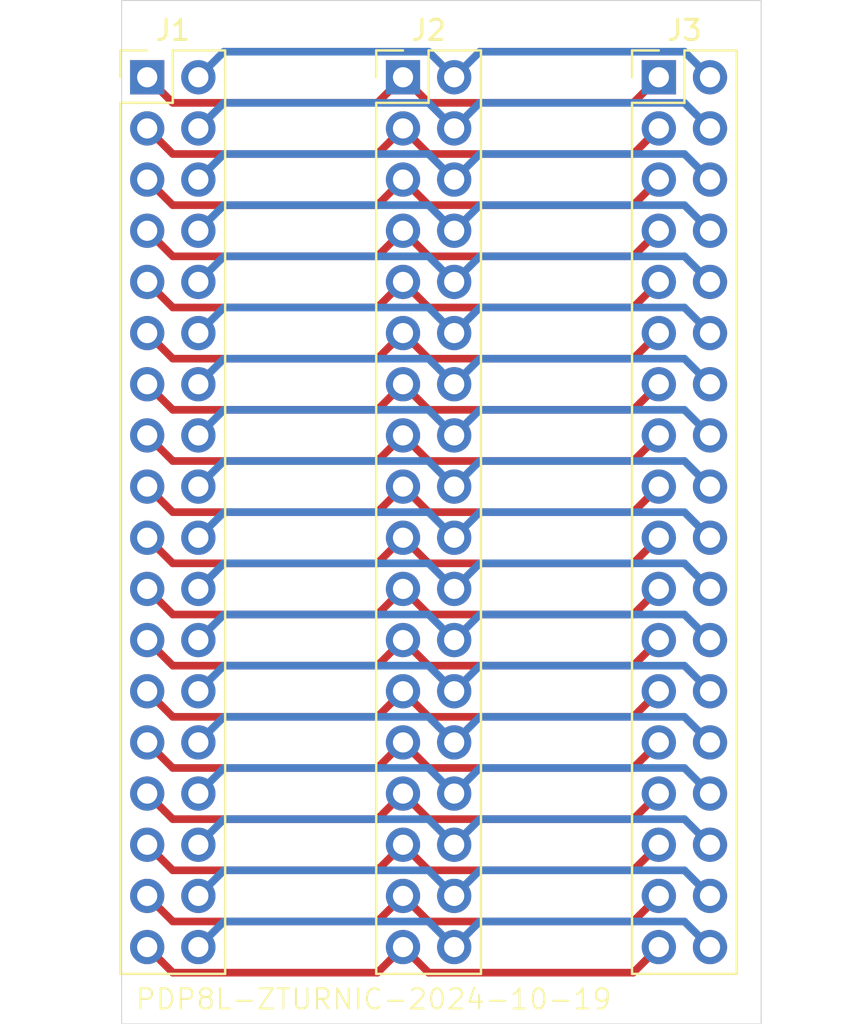
<source format=kicad_pcb>
(kicad_pcb (version 20221018) (generator pcbnew)
  (layers (0 "F.Cu" signal) (31 "B.Cu" signal) (34 "B.Paste" user) (35 "F.Paste" user) (36 "B.SilkS" user "B.Silkscreen") (37 "F.SilkS" user "F.Silkscreen") (38 "B.Mask" user) (39 "F.Mask" user) (44 "Edge.Cuts" user))
  (net 0 "")
  (net 1 "/pin1")
  (net 2 "/pin2")
  (net 3 "/pin3")
  (net 4 "/pin4")
  (net 5 "/pin5")
  (net 6 "/pin6")
  (net 7 "/pin7")
  (net 8 "/pin8")
  (net 9 "/pin9")
  (net 10 "/pin10")
  (net 11 "/pin11")
  (net 12 "/pin12")
  (net 13 "/pin13")
  (net 14 "/pin14")
  (net 15 "/pin15")
  (net 16 "/pin16")
  (net 17 "/pin17")
  (net 18 "/pin18")
  (net 19 "/pin19")
  (net 20 "/pin20")
  (net 21 "/pin21")
  (net 22 "/pin22")
  (net 23 "/pin23")
  (net 24 "/pin24")
  (net 25 "/pin25")
  (net 26 "/pin26")
  (net 27 "/pin27")
  (net 28 "/pin28")
  (net 29 "/pin29")
  (net 30 "/pin30")
  (net 31 "/pin31")
  (net 32 "/pin32")
  (net 33 "/pin33")
  (net 34 "/pin34")
  (net 35 "/pin35")
  (net 36 "/pin36")
  (footprint "Connector_PinHeader_2.54mm:PinHeader_2x18_P2.54mm_Vertical" (layer "F.Cu") (at 1.27 3.81)
    (fp_text reference "J1" (at 1.27 -2.33) (layer "F.SilkS"))
    (fp_text value "Conn_02x18_Odd_Even")
    (fp_line (start -1.33 -1.33) (end 0 -1.33) (stroke (width 0.12)) (layer "F.SilkS"))
    (fp_line (start -1.33 0) (end -1.33 -1.33) (stroke (width 0.12)) (layer "F.SilkS"))
    (fp_line (start -1.33 1.27) (end -1.33 44.51) (stroke (width 0.12)) (layer "F.SilkS"))
    (fp_line (start -1.33 1.27) (end 1.27 1.27) (stroke (width 0.12)) (layer "F.SilkS"))
    (fp_line (start -1.33 44.51) (end 3.87 44.51) (stroke (width 0.12)) (layer "F.SilkS"))
    (fp_line (start 1.27 -1.33) (end 3.87 -1.33) (stroke (width 0.12)) (layer "F.SilkS"))
    (fp_line (start 1.27 1.27) (end 1.27 -1.33) (stroke (width 0.12)) (layer "F.SilkS"))
    (fp_line (start 3.87 -1.33) (end 3.87 44.51) (stroke (width 0.12)) (layer "F.SilkS"))
    (pad "1" thru_hole rect (at 0 0) (size 1.7 1.7) (drill 1) (layers "*.Cu" "*.Mask") (net 1 "/pin1"))
    (pad "2" thru_hole oval (at 2.54 0) (size 1.7 1.7) (drill 1) (layers "*.Cu" "*.Mask") (net 2 "/pin2"))
    (pad "3" thru_hole oval (at 0 2.54) (size 1.7 1.7) (drill 1) (layers "*.Cu" "*.Mask") (net 3 "/pin3"))
    (pad "4" thru_hole oval (at 2.54 2.54) (size 1.7 1.7) (drill 1) (layers "*.Cu" "*.Mask") (net 4 "/pin4"))
    (pad "5" thru_hole oval (at 0 5.08) (size 1.7 1.7) (drill 1) (layers "*.Cu" "*.Mask") (net 5 "/pin5"))
    (pad "6" thru_hole oval (at 2.54 5.08) (size 1.7 1.7) (drill 1) (layers "*.Cu" "*.Mask") (net 6 "/pin6"))
    (pad "7" thru_hole oval (at 0 7.62) (size 1.7 1.7) (drill 1) (layers "*.Cu" "*.Mask") (net 7 "/pin7"))
    (pad "8" thru_hole oval (at 2.54 7.62) (size 1.7 1.7) (drill 1) (layers "*.Cu" "*.Mask") (net 8 "/pin8"))
    (pad "9" thru_hole oval (at 0 10.16) (size 1.7 1.7) (drill 1) (layers "*.Cu" "*.Mask") (net 9 "/pin9"))
    (pad "10" thru_hole oval (at 2.54 10.16) (size 1.7 1.7) (drill 1) (layers "*.Cu" "*.Mask") (net 10 "/pin10"))
    (pad "11" thru_hole oval (at 0 12.7) (size 1.7 1.7) (drill 1) (layers "*.Cu" "*.Mask") (net 11 "/pin11"))
    (pad "12" thru_hole oval (at 2.54 12.7) (size 1.7 1.7) (drill 1) (layers "*.Cu" "*.Mask") (net 12 "/pin12"))
    (pad "13" thru_hole oval (at 0 15.24) (size 1.7 1.7) (drill 1) (layers "*.Cu" "*.Mask") (net 13 "/pin13"))
    (pad "14" thru_hole oval (at 2.54 15.24) (size 1.7 1.7) (drill 1) (layers "*.Cu" "*.Mask") (net 14 "/pin14"))
    (pad "15" thru_hole oval (at 0 17.78) (size 1.7 1.7) (drill 1) (layers "*.Cu" "*.Mask") (net 15 "/pin15"))
    (pad "16" thru_hole oval (at 2.54 17.78) (size 1.7 1.7) (drill 1) (layers "*.Cu" "*.Mask") (net 16 "/pin16"))
    (pad "17" thru_hole oval (at 0 20.32) (size 1.7 1.7) (drill 1) (layers "*.Cu" "*.Mask") (net 17 "/pin17"))
    (pad "18" thru_hole oval (at 2.54 20.32) (size 1.7 1.7) (drill 1) (layers "*.Cu" "*.Mask") (net 18 "/pin18"))
    (pad "19" thru_hole oval (at 0 22.86) (size 1.7 1.7) (drill 1) (layers "*.Cu" "*.Mask") (net 19 "/pin19"))
    (pad "20" thru_hole oval (at 2.54 22.86) (size 1.7 1.7) (drill 1) (layers "*.Cu" "*.Mask") (net 20 "/pin20"))
    (pad "21" thru_hole oval (at 0 25.4) (size 1.7 1.7) (drill 1) (layers "*.Cu" "*.Mask") (net 21 "/pin21"))
    (pad "22" thru_hole oval (at 2.54 25.4) (size 1.7 1.7) (drill 1) (layers "*.Cu" "*.Mask") (net 22 "/pin22"))
    (pad "23" thru_hole oval (at 0 27.94) (size 1.7 1.7) (drill 1) (layers "*.Cu" "*.Mask") (net 23 "/pin23"))
    (pad "24" thru_hole oval (at 2.54 27.94) (size 1.7 1.7) (drill 1) (layers "*.Cu" "*.Mask") (net 24 "/pin24"))
    (pad "25" thru_hole oval (at 0 30.48) (size 1.7 1.7) (drill 1) (layers "*.Cu" "*.Mask") (net 25 "/pin25"))
    (pad "26" thru_hole oval (at 2.54 30.48) (size 1.7 1.7) (drill 1) (layers "*.Cu" "*.Mask") (net 26 "/pin26"))
    (pad "27" thru_hole oval (at 0 33.02) (size 1.7 1.7) (drill 1) (layers "*.Cu" "*.Mask") (net 27 "/pin27"))
    (pad "28" thru_hole oval (at 2.54 33.02) (size 1.7 1.7) (drill 1) (layers "*.Cu" "*.Mask") (net 28 "/pin28"))
    (pad "29" thru_hole oval (at 0 35.56) (size 1.7 1.7) (drill 1) (layers "*.Cu" "*.Mask") (net 29 "/pin29"))
    (pad "30" thru_hole oval (at 2.54 35.56) (size 1.7 1.7) (drill 1) (layers "*.Cu" "*.Mask") (net 30 "/pin30"))
    (pad "31" thru_hole oval (at 0 38.1) (size 1.7 1.7) (drill 1) (layers "*.Cu" "*.Mask") (net 31 "/pin31"))
    (pad "32" thru_hole oval (at 2.54 38.1) (size 1.7 1.7) (drill 1) (layers "*.Cu" "*.Mask") (net 32 "/pin32"))
    (pad "33" thru_hole oval (at 0 40.64) (size 1.7 1.7) (drill 1) (layers "*.Cu" "*.Mask") (net 33 "/pin33"))
    (pad "34" thru_hole oval (at 2.54 40.64) (size 1.7 1.7) (drill 1) (layers "*.Cu" "*.Mask") (net 34 "/pin34"))
    (pad "35" thru_hole oval (at 0 43.18) (size 1.7 1.7) (drill 1) (layers "*.Cu" "*.Mask") (net 35 "/pin35"))
    (pad "36" thru_hole oval (at 2.54 43.18) (size 1.7 1.7) (drill 1) (layers "*.Cu" "*.Mask") (net 36 "/pin36"))
  )
  (footprint "Connector_PinHeader_2.54mm:PinHeader_2x18_P2.54mm_Vertical" (layer "F.Cu") (at 26.67 3.81)
    (fp_text reference "J3" (at 1.27 -2.33) (layer "F.SilkS"))
    (fp_text value "Conn_02x18_Odd_Even")
    (fp_line (start -1.33 -1.33) (end 0 -1.33) (stroke (width 0.12)) (layer "F.SilkS"))
    (fp_line (start -1.33 0) (end -1.33 -1.33) (stroke (width 0.12)) (layer "F.SilkS"))
    (fp_line (start -1.33 1.27) (end -1.33 44.51) (stroke (width 0.12)) (layer "F.SilkS"))
    (fp_line (start -1.33 1.27) (end 1.27 1.27) (stroke (width 0.12)) (layer "F.SilkS"))
    (fp_line (start -1.33 44.51) (end 3.87 44.51) (stroke (width 0.12)) (layer "F.SilkS"))
    (fp_line (start 1.27 -1.33) (end 3.87 -1.33) (stroke (width 0.12)) (layer "F.SilkS"))
    (fp_line (start 1.27 1.27) (end 1.27 -1.33) (stroke (width 0.12)) (layer "F.SilkS"))
    (fp_line (start 3.87 -1.33) (end 3.87 44.51) (stroke (width 0.12)) (layer "F.SilkS"))
    (pad "1" thru_hole rect (at 0 0) (size 1.7 1.7) (drill 1) (layers "*.Cu" "*.Mask") (net 1 "/pin1"))
    (pad "2" thru_hole oval (at 2.54 0) (size 1.7 1.7) (drill 1) (layers "*.Cu" "*.Mask") (net 2 "/pin2"))
    (pad "3" thru_hole oval (at 0 2.54) (size 1.7 1.7) (drill 1) (layers "*.Cu" "*.Mask") (net 3 "/pin3"))
    (pad "4" thru_hole oval (at 2.54 2.54) (size 1.7 1.7) (drill 1) (layers "*.Cu" "*.Mask") (net 4 "/pin4"))
    (pad "5" thru_hole oval (at 0 5.08) (size 1.7 1.7) (drill 1) (layers "*.Cu" "*.Mask") (net 5 "/pin5"))
    (pad "6" thru_hole oval (at 2.54 5.08) (size 1.7 1.7) (drill 1) (layers "*.Cu" "*.Mask") (net 6 "/pin6"))
    (pad "7" thru_hole oval (at 0 7.62) (size 1.7 1.7) (drill 1) (layers "*.Cu" "*.Mask") (net 7 "/pin7"))
    (pad "8" thru_hole oval (at 2.54 7.62) (size 1.7 1.7) (drill 1) (layers "*.Cu" "*.Mask") (net 8 "/pin8"))
    (pad "9" thru_hole oval (at 0 10.16) (size 1.7 1.7) (drill 1) (layers "*.Cu" "*.Mask") (net 9 "/pin9"))
    (pad "10" thru_hole oval (at 2.54 10.16) (size 1.7 1.7) (drill 1) (layers "*.Cu" "*.Mask") (net 10 "/pin10"))
    (pad "11" thru_hole oval (at 0 12.7) (size 1.7 1.7) (drill 1) (layers "*.Cu" "*.Mask") (net 11 "/pin11"))
    (pad "12" thru_hole oval (at 2.54 12.7) (size 1.7 1.7) (drill 1) (layers "*.Cu" "*.Mask") (net 12 "/pin12"))
    (pad "13" thru_hole oval (at 0 15.24) (size 1.7 1.7) (drill 1) (layers "*.Cu" "*.Mask") (net 13 "/pin13"))
    (pad "14" thru_hole oval (at 2.54 15.24) (size 1.7 1.7) (drill 1) (layers "*.Cu" "*.Mask") (net 14 "/pin14"))
    (pad "15" thru_hole oval (at 0 17.78) (size 1.7 1.7) (drill 1) (layers "*.Cu" "*.Mask") (net 15 "/pin15"))
    (pad "16" thru_hole oval (at 2.54 17.78) (size 1.7 1.7) (drill 1) (layers "*.Cu" "*.Mask") (net 16 "/pin16"))
    (pad "17" thru_hole oval (at 0 20.32) (size 1.7 1.7) (drill 1) (layers "*.Cu" "*.Mask") (net 17 "/pin17"))
    (pad "18" thru_hole oval (at 2.54 20.32) (size 1.7 1.7) (drill 1) (layers "*.Cu" "*.Mask") (net 18 "/pin18"))
    (pad "19" thru_hole oval (at 0 22.86) (size 1.7 1.7) (drill 1) (layers "*.Cu" "*.Mask") (net 19 "/pin19"))
    (pad "20" thru_hole oval (at 2.54 22.86) (size 1.7 1.7) (drill 1) (layers "*.Cu" "*.Mask") (net 20 "/pin20"))
    (pad "21" thru_hole oval (at 0 25.4) (size 1.7 1.7) (drill 1) (layers "*.Cu" "*.Mask") (net 21 "/pin21"))
    (pad "22" thru_hole oval (at 2.54 25.4) (size 1.7 1.7) (drill 1) (layers "*.Cu" "*.Mask") (net 22 "/pin22"))
    (pad "23" thru_hole oval (at 0 27.94) (size 1.7 1.7) (drill 1) (layers "*.Cu" "*.Mask") (net 23 "/pin23"))
    (pad "24" thru_hole oval (at 2.54 27.94) (size 1.7 1.7) (drill 1) (layers "*.Cu" "*.Mask") (net 24 "/pin24"))
    (pad "25" thru_hole oval (at 0 30.48) (size 1.7 1.7) (drill 1) (layers "*.Cu" "*.Mask") (net 25 "/pin25"))
    (pad "26" thru_hole oval (at 2.54 30.48) (size 1.7 1.7) (drill 1) (layers "*.Cu" "*.Mask") (net 26 "/pin26"))
    (pad "27" thru_hole oval (at 0 33.02) (size 1.7 1.7) (drill 1) (layers "*.Cu" "*.Mask") (net 27 "/pin27"))
    (pad "28" thru_hole oval (at 2.54 33.02) (size 1.7 1.7) (drill 1) (layers "*.Cu" "*.Mask") (net 28 "/pin28"))
    (pad "29" thru_hole oval (at 0 35.56) (size 1.7 1.7) (drill 1) (layers "*.Cu" "*.Mask") (net 29 "/pin29"))
    (pad "30" thru_hole oval (at 2.54 35.56) (size 1.7 1.7) (drill 1) (layers "*.Cu" "*.Mask") (net 30 "/pin30"))
    (pad "31" thru_hole oval (at 0 38.1) (size 1.7 1.7) (drill 1) (layers "*.Cu" "*.Mask") (net 31 "/pin31"))
    (pad "32" thru_hole oval (at 2.54 38.1) (size 1.7 1.7) (drill 1) (layers "*.Cu" "*.Mask") (net 32 "/pin32"))
    (pad "33" thru_hole oval (at 0 40.64) (size 1.7 1.7) (drill 1) (layers "*.Cu" "*.Mask") (net 33 "/pin33"))
    (pad "34" thru_hole oval (at 2.54 40.64) (size 1.7 1.7) (drill 1) (layers "*.Cu" "*.Mask") (net 34 "/pin34"))
    (pad "35" thru_hole oval (at 0 43.18) (size 1.7 1.7) (drill 1) (layers "*.Cu" "*.Mask") (net 35 "/pin35"))
    (pad "36" thru_hole oval (at 2.54 43.18) (size 1.7 1.7) (drill 1) (layers "*.Cu" "*.Mask") (net 36 "/pin36"))
  )
  (footprint "Connector_PinHeader_2.54mm:PinHeader_2x18_P2.54mm_Vertical" (layer "F.Cu") (at 13.97 3.81)
    (fp_text reference "J2" (at 1.27 -2.33) (layer "F.SilkS"))
    (fp_text value "Conn_02x18_Odd_Even")
    (fp_line (start -1.33 -1.33) (end 0 -1.33) (stroke (width 0.12)) (layer "F.SilkS"))
    (fp_line (start -1.33 0) (end -1.33 -1.33) (stroke (width 0.12)) (layer "F.SilkS"))
    (fp_line (start -1.33 1.27) (end -1.33 44.51) (stroke (width 0.12)) (layer "F.SilkS"))
    (fp_line (start -1.33 1.27) (end 1.27 1.27) (stroke (width 0.12)) (layer "F.SilkS"))
    (fp_line (start -1.33 44.51) (end 3.87 44.51) (stroke (width 0.12)) (layer "F.SilkS"))
    (fp_line (start 1.27 -1.33) (end 3.87 -1.33) (stroke (width 0.12)) (layer "F.SilkS"))
    (fp_line (start 1.27 1.27) (end 1.27 -1.33) (stroke (width 0.12)) (layer "F.SilkS"))
    (fp_line (start 3.87 -1.33) (end 3.87 44.51) (stroke (width 0.12)) (layer "F.SilkS"))
    (pad "1" thru_hole rect (at 0 0) (size 1.7 1.7) (drill 1) (layers "*.Cu" "*.Mask") (net 1 "/pin1"))
    (pad "2" thru_hole oval (at 2.54 0) (size 1.7 1.7) (drill 1) (layers "*.Cu" "*.Mask") (net 2 "/pin2"))
    (pad "3" thru_hole oval (at 0 2.54) (size 1.7 1.7) (drill 1) (layers "*.Cu" "*.Mask") (net 3 "/pin3"))
    (pad "4" thru_hole oval (at 2.54 2.54) (size 1.7 1.7) (drill 1) (layers "*.Cu" "*.Mask") (net 4 "/pin4"))
    (pad "5" thru_hole oval (at 0 5.08) (size 1.7 1.7) (drill 1) (layers "*.Cu" "*.Mask") (net 5 "/pin5"))
    (pad "6" thru_hole oval (at 2.54 5.08) (size 1.7 1.7) (drill 1) (layers "*.Cu" "*.Mask") (net 6 "/pin6"))
    (pad "7" thru_hole oval (at 0 7.62) (size 1.7 1.7) (drill 1) (layers "*.Cu" "*.Mask") (net 7 "/pin7"))
    (pad "8" thru_hole oval (at 2.54 7.62) (size 1.7 1.7) (drill 1) (layers "*.Cu" "*.Mask") (net 8 "/pin8"))
    (pad "9" thru_hole oval (at 0 10.16) (size 1.7 1.7) (drill 1) (layers "*.Cu" "*.Mask") (net 9 "/pin9"))
    (pad "10" thru_hole oval (at 2.54 10.16) (size 1.7 1.7) (drill 1) (layers "*.Cu" "*.Mask") (net 10 "/pin10"))
    (pad "11" thru_hole oval (at 0 12.7) (size 1.7 1.7) (drill 1) (layers "*.Cu" "*.Mask") (net 11 "/pin11"))
    (pad "12" thru_hole oval (at 2.54 12.7) (size 1.7 1.7) (drill 1) (layers "*.Cu" "*.Mask") (net 12 "/pin12"))
    (pad "13" thru_hole oval (at 0 15.24) (size 1.7 1.7) (drill 1) (layers "*.Cu" "*.Mask") (net 13 "/pin13"))
    (pad "14" thru_hole oval (at 2.54 15.24) (size 1.7 1.7) (drill 1) (layers "*.Cu" "*.Mask") (net 14 "/pin14"))
    (pad "15" thru_hole oval (at 0 17.78) (size 1.7 1.7) (drill 1) (layers "*.Cu" "*.Mask") (net 15 "/pin15"))
    (pad "16" thru_hole oval (at 2.54 17.78) (size 1.7 1.7) (drill 1) (layers "*.Cu" "*.Mask") (net 16 "/pin16"))
    (pad "17" thru_hole oval (at 0 20.32) (size 1.7 1.7) (drill 1) (layers "*.Cu" "*.Mask") (net 17 "/pin17"))
    (pad "18" thru_hole oval (at 2.54 20.32) (size 1.7 1.7) (drill 1) (layers "*.Cu" "*.Mask") (net 18 "/pin18"))
    (pad "19" thru_hole oval (at 0 22.86) (size 1.7 1.7) (drill 1) (layers "*.Cu" "*.Mask") (net 19 "/pin19"))
    (pad "20" thru_hole oval (at 2.54 22.86) (size 1.7 1.7) (drill 1) (layers "*.Cu" "*.Mask") (net 20 "/pin20"))
    (pad "21" thru_hole oval (at 0 25.4) (size 1.7 1.7) (drill 1) (layers "*.Cu" "*.Mask") (net 21 "/pin21"))
    (pad "22" thru_hole oval (at 2.54 25.4) (size 1.7 1.7) (drill 1) (layers "*.Cu" "*.Mask") (net 22 "/pin22"))
    (pad "23" thru_hole oval (at 0 27.94) (size 1.7 1.7) (drill 1) (layers "*.Cu" "*.Mask") (net 23 "/pin23"))
    (pad "24" thru_hole oval (at 2.54 27.94) (size 1.7 1.7) (drill 1) (layers "*.Cu" "*.Mask") (net 24 "/pin24"))
    (pad "25" thru_hole oval (at 0 30.48) (size 1.7 1.7) (drill 1) (layers "*.Cu" "*.Mask") (net 25 "/pin25"))
    (pad "26" thru_hole oval (at 2.54 30.48) (size 1.7 1.7) (drill 1) (layers "*.Cu" "*.Mask") (net 26 "/pin26"))
    (pad "27" thru_hole oval (at 0 33.02) (size 1.7 1.7) (drill 1) (layers "*.Cu" "*.Mask") (net 27 "/pin27"))
    (pad "28" thru_hole oval (at 2.54 33.02) (size 1.7 1.7) (drill 1) (layers "*.Cu" "*.Mask") (net 28 "/pin28"))
    (pad "29" thru_hole oval (at 0 35.56) (size 1.7 1.7) (drill 1) (layers "*.Cu" "*.Mask") (net 29 "/pin29"))
    (pad "30" thru_hole oval (at 2.54 35.56) (size 1.7 1.7) (drill 1) (layers "*.Cu" "*.Mask") (net 30 "/pin30"))
    (pad "31" thru_hole oval (at 0 38.1) (size 1.7 1.7) (drill 1) (layers "*.Cu" "*.Mask") (net 31 "/pin31"))
    (pad "32" thru_hole oval (at 2.54 38.1) (size 1.7 1.7) (drill 1) (layers "*.Cu" "*.Mask") (net 32 "/pin32"))
    (pad "33" thru_hole oval (at 0 40.64) (size 1.7 1.7) (drill 1) (layers "*.Cu" "*.Mask") (net 33 "/pin33"))
    (pad "34" thru_hole oval (at 2.54 40.64) (size 1.7 1.7) (drill 1) (layers "*.Cu" "*.Mask") (net 34 "/pin34"))
    (pad "35" thru_hole oval (at 0 43.18) (size 1.7 1.7) (drill 1) (layers "*.Cu" "*.Mask") (net 35 "/pin35"))
    (pad "36" thru_hole oval (at 2.54 43.18) (size 1.7 1.7) (drill 1) (layers "*.Cu" "*.Mask") (net 36 "/pin36"))
  )
  (gr_rect (start 0 0) (end 31.75 50.8) (stroke (width 0.05)) (fill none) (layer "Edge.Cuts"))
  (gr_text "PDP8L-ZTURNIC-2024-10-19" (at 0.635 50.165) (layer "F.SilkS") (effects (font (size 1 1) (thickness 0.1)) (justify left bottom)))
  (segment (start 13.97 3.81) (end 15.24 5.08) (width 0.381) (layer "F.Cu") (net 1))
  (segment (start 12.7 5.08) (end 13.97 3.81) (width 0.381) (layer "F.Cu") (net 1))
  (segment (start 1.27 3.81) (end 2.54 5.08) (width 0.381) (layer "F.Cu") (net 1))
  (segment (start 25.4 5.08) (end 26.67 3.81) (width 0.381) (layer "F.Cu") (net 1))
  (segment (start 15.24 5.08) (end 25.4 5.08) (width 0.381) (layer "F.Cu") (net 1))
  (segment (start 2.54 5.08) (end 12.7 5.08) (width 0.381) (layer "F.Cu") (net 1))
  (segment (start 29.21 3.81) (end 27.94 2.54) (width 0.381) (layer "B.Cu") (net 2))
  (segment (start 17.78 2.54) (end 16.51 3.81) (width 0.381) (layer "B.Cu") (net 2))
  (segment (start 5.08 2.54) (end 3.81 3.81) (width 0.381) (layer "B.Cu") (net 2))
  (segment (start 15.24 2.54) (end 5.08 2.54) (width 0.381) (layer "B.Cu") (net 2))
  (segment (start 16.51 3.81) (end 15.24 2.54) (width 0.381) (layer "B.Cu") (net 2))
  (segment (start 27.94 2.54) (end 17.78 2.54) (width 0.381) (layer "B.Cu") (net 2))
  (segment (start 2.54 7.62) (end 1.27 6.35) (width 0.381) (layer "F.Cu") (net 3))
  (segment (start 15.24 7.62) (end 13.97 6.35) (width 0.381) (layer "F.Cu") (net 3))
  (segment (start 26.67 6.35) (end 25.4 7.62) (width 0.381) (layer "F.Cu") (net 3))
  (segment (start 13.97 6.35) (end 12.7 7.62) (width 0.381) (layer "F.Cu") (net 3))
  (segment (start 12.7 7.62) (end 2.54 7.62) (width 0.381) (layer "F.Cu") (net 3))
  (segment (start 25.4 7.62) (end 15.24 7.62) (width 0.381) (layer "F.Cu") (net 3))
  (segment (start 16.51 6.35) (end 15.24 5.08) (width 0.381) (layer "B.Cu") (net 4))
  (segment (start 29.21 6.35) (end 27.94 5.08) (width 0.381) (layer "B.Cu") (net 4))
  (segment (start 27.94 5.08) (end 17.78 5.08) (width 0.381) (layer "B.Cu") (net 4))
  (segment (start 17.78 5.08) (end 16.51 6.35) (width 0.381) (layer "B.Cu") (net 4))
  (segment (start 15.24 5.08) (end 5.08 5.08) (width 0.381) (layer "B.Cu") (net 4))
  (segment (start 5.08 5.08) (end 3.81 6.35) (width 0.381) (layer "B.Cu") (net 4))
  (segment (start 25.4 10.16) (end 26.67 8.89) (width 0.381) (layer "F.Cu") (net 5))
  (segment (start 1.27 8.89) (end 2.54 10.16) (width 0.381) (layer "F.Cu") (net 5))
  (segment (start 2.54 10.16) (end 12.7 10.16) (width 0.381) (layer "F.Cu") (net 5))
  (segment (start 12.7 10.16) (end 13.97 8.89) (width 0.381) (layer "F.Cu") (net 5))
  (segment (start 15.24 10.16) (end 25.4 10.16) (width 0.381) (layer "F.Cu") (net 5))
  (segment (start 13.97 8.89) (end 15.24 10.16) (width 0.381) (layer "F.Cu") (net 5))
  (segment (start 5.08 7.62) (end 3.81 8.89) (width 0.381) (layer "B.Cu") (net 6))
  (segment (start 29.21 8.89) (end 27.94 7.62) (width 0.381) (layer "B.Cu") (net 6))
  (segment (start 16.51 8.89) (end 15.24 7.62) (width 0.381) (layer "B.Cu") (net 6))
  (segment (start 17.78 7.62) (end 16.51 8.89) (width 0.381) (layer "B.Cu") (net 6))
  (segment (start 27.94 7.62) (end 17.78 7.62) (width 0.381) (layer "B.Cu") (net 6))
  (segment (start 15.24 7.62) (end 5.08 7.62) (width 0.381) (layer "B.Cu") (net 6))
  (segment (start 2.54 12.7) (end 1.27 11.43) (width 0.381) (layer "F.Cu") (net 7))
  (segment (start 25.4 12.7) (end 15.24 12.7) (width 0.381) (layer "F.Cu") (net 7))
  (segment (start 13.97 11.43) (end 12.7 12.7) (width 0.381) (layer "F.Cu") (net 7))
  (segment (start 15.24 12.7) (end 13.97 11.43) (width 0.381) (layer "F.Cu") (net 7))
  (segment (start 26.67 11.43) (end 25.4 12.7) (width 0.381) (layer "F.Cu") (net 7))
  (segment (start 12.7 12.7) (end 2.54 12.7) (width 0.381) (layer "F.Cu") (net 7))
  (segment (start 16.51 11.43) (end 15.24 10.16) (width 0.381) (layer "B.Cu") (net 8))
  (segment (start 27.94 10.16) (end 17.78 10.16) (width 0.381) (layer "B.Cu") (net 8))
  (segment (start 29.21 11.43) (end 27.94 10.16) (width 0.381) (layer "B.Cu") (net 8))
  (segment (start 15.24 10.16) (end 5.08 10.16) (width 0.381) (layer "B.Cu") (net 8))
  (segment (start 17.78 10.16) (end 16.51 11.43) (width 0.381) (layer "B.Cu") (net 8))
  (segment (start 5.08 10.16) (end 3.81 11.43) (width 0.381) (layer "B.Cu") (net 8))
  (segment (start 2.54 15.24) (end 12.7 15.24) (width 0.381) (layer "F.Cu") (net 9))
  (segment (start 25.4 15.24) (end 26.67 13.97) (width 0.381) (layer "F.Cu") (net 9))
  (segment (start 15.24 15.24) (end 25.4 15.24) (width 0.381) (layer "F.Cu") (net 9))
  (segment (start 13.97 13.97) (end 15.24 15.24) (width 0.381) (layer "F.Cu") (net 9))
  (segment (start 12.7 15.24) (end 13.97 13.97) (width 0.381) (layer "F.Cu") (net 9))
  (segment (start 1.27 13.97) (end 2.54 15.24) (width 0.381) (layer "F.Cu") (net 9))
  (segment (start 15.24 12.7) (end 5.08 12.7) (width 0.381) (layer "B.Cu") (net 10))
  (segment (start 17.78 12.7) (end 16.51 13.97) (width 0.381) (layer "B.Cu") (net 10))
  (segment (start 16.51 13.97) (end 15.24 12.7) (width 0.381) (layer "B.Cu") (net 10))
  (segment (start 27.94 12.7) (end 17.78 12.7) (width 0.381) (layer "B.Cu") (net 10))
  (segment (start 29.21 13.97) (end 27.94 12.7) (width 0.381) (layer "B.Cu") (net 10))
  (segment (start 5.08 12.7) (end 3.81 13.97) (width 0.381) (layer "B.Cu") (net 10))
  (segment (start 25.4 17.78) (end 15.24 17.78) (width 0.381) (layer "F.Cu") (net 11))
  (segment (start 15.24 17.78) (end 13.97 16.51) (width 0.381) (layer "F.Cu") (net 11))
  (segment (start 2.54 17.78) (end 1.27 16.51) (width 0.381) (layer "F.Cu") (net 11))
  (segment (start 26.67 16.51) (end 25.4 17.78) (width 0.381) (layer "F.Cu") (net 11))
  (segment (start 13.97 16.51) (end 12.7 17.78) (width 0.381) (layer "F.Cu") (net 11))
  (segment (start 12.7 17.78) (end 2.54 17.78) (width 0.381) (layer "F.Cu") (net 11))
  (segment (start 16.51 16.51) (end 15.24 15.24) (width 0.381) (layer "B.Cu") (net 12))
  (segment (start 27.94 15.24) (end 17.78 15.24) (width 0.381) (layer "B.Cu") (net 12))
  (segment (start 15.24 15.24) (end 5.08 15.24) (width 0.381) (layer "B.Cu") (net 12))
  (segment (start 29.21 16.51) (end 27.94 15.24) (width 0.381) (layer "B.Cu") (net 12))
  (segment (start 5.08 15.24) (end 3.81 16.51) (width 0.381) (layer "B.Cu") (net 12))
  (segment (start 17.78 15.24) (end 16.51 16.51) (width 0.381) (layer "B.Cu") (net 12))
  (segment (start 2.54 20.32) (end 12.7 20.32) (width 0.381) (layer "F.Cu") (net 13))
  (segment (start 15.24 20.32) (end 25.4 20.32) (width 0.381) (layer "F.Cu") (net 13))
  (segment (start 12.7 20.32) (end 13.97 19.05) (width 0.381) (layer "F.Cu") (net 13))
  (segment (start 25.4 20.32) (end 26.67 19.05) (width 0.381) (layer "F.Cu") (net 13))
  (segment (start 1.27 19.05) (end 2.54 20.32) (width 0.381) (layer "F.Cu") (net 13))
  (segment (start 13.97 19.05) (end 15.24 20.32) (width 0.381) (layer "F.Cu") (net 13))
  (segment (start 5.08 17.78) (end 3.81 19.05) (width 0.381) (layer "B.Cu") (net 14))
  (segment (start 15.24 17.78) (end 5.08 17.78) (width 0.381) (layer "B.Cu") (net 14))
  (segment (start 16.51 19.05) (end 15.24 17.78) (width 0.381) (layer "B.Cu") (net 14))
  (segment (start 27.94 17.78) (end 17.78 17.78) (width 0.381) (layer "B.Cu") (net 14))
  (segment (start 29.21 19.05) (end 27.94 17.78) (width 0.381) (layer "B.Cu") (net 14))
  (segment (start 17.78 17.78) (end 16.51 19.05) (width 0.381) (layer "B.Cu") (net 14))
  (segment (start 12.7 22.86) (end 13.97 21.59) (width 0.381) (layer "F.Cu") (net 15))
  (segment (start 2.54 22.86) (end 12.7 22.86) (width 0.381) (layer "F.Cu") (net 15))
  (segment (start 13.97 21.59) (end 15.24 22.86) (width 0.381) (layer "F.Cu") (net 15))
  (segment (start 25.4 22.86) (end 26.67 21.59) (width 0.381) (layer "F.Cu") (net 15))
  (segment (start 1.27 21.59) (end 2.54 22.86) (width 0.381) (layer "F.Cu") (net 15))
  (segment (start 15.24 22.86) (end 25.4 22.86) (width 0.381) (layer "F.Cu") (net 15))
  (segment (start 5.08 20.32) (end 3.81 21.59) (width 0.381) (layer "B.Cu") (net 16))
  (segment (start 16.51 21.59) (end 15.24 20.32) (width 0.381) (layer "B.Cu") (net 16))
  (segment (start 15.24 20.32) (end 5.08 20.32) (width 0.381) (layer "B.Cu") (net 16))
  (segment (start 27.94 20.32) (end 17.78 20.32) (width 0.381) (layer "B.Cu") (net 16))
  (segment (start 17.78 20.32) (end 16.51 21.59) (width 0.381) (layer "B.Cu") (net 16))
  (segment (start 29.21 21.59) (end 27.94 20.32) (width 0.381) (layer "B.Cu") (net 16))
  (segment (start 25.4 25.4) (end 15.24 25.4) (width 0.381) (layer "F.Cu") (net 17))
  (segment (start 2.54 25.4) (end 1.27 24.13) (width 0.381) (layer "F.Cu") (net 17))
  (segment (start 15.24 25.4) (end 13.97 24.13) (width 0.381) (layer "F.Cu") (net 17))
  (segment (start 13.97 24.13) (end 12.7 25.4) (width 0.381) (layer "F.Cu") (net 17))
  (segment (start 12.7 25.4) (end 2.54 25.4) (width 0.381) (layer "F.Cu") (net 17))
  (segment (start 26.67 24.13) (end 25.4 25.4) (width 0.381) (layer "F.Cu") (net 17))
  (segment (start 27.94 22.86) (end 17.78 22.86) (width 0.381) (layer "B.Cu") (net 18))
  (segment (start 29.21 24.13) (end 27.94 22.86) (width 0.381) (layer "B.Cu") (net 18))
  (segment (start 16.51 24.13) (end 15.24 22.86) (width 0.381) (layer "B.Cu") (net 18))
  (segment (start 5.08 22.86) (end 3.81 24.13) (width 0.381) (layer "B.Cu") (net 18))
  (segment (start 17.78 22.86) (end 16.51 24.13) (width 0.381) (layer "B.Cu") (net 18))
  (segment (start 15.24 22.86) (end 5.08 22.86) (width 0.381) (layer "B.Cu") (net 18))
  (segment (start 13.97 26.67) (end 15.24 27.94) (width 0.381) (layer "F.Cu") (net 19))
  (segment (start 2.54 27.94) (end 12.7 27.94) (width 0.381) (layer "F.Cu") (net 19))
  (segment (start 12.7 27.94) (end 13.97 26.67) (width 0.381) (layer "F.Cu") (net 19))
  (segment (start 15.24 27.94) (end 25.4 27.94) (width 0.381) (layer "F.Cu") (net 19))
  (segment (start 25.4 27.94) (end 26.67 26.67) (width 0.381) (layer "F.Cu") (net 19))
  (segment (start 1.27 26.67) (end 2.54 27.94) (width 0.381) (layer "F.Cu") (net 19))
  (segment (start 27.94 25.4) (end 17.78 25.4) (width 0.381) (layer "B.Cu") (net 20))
  (segment (start 5.08 25.4) (end 3.81 26.67) (width 0.381) (layer "B.Cu") (net 20))
  (segment (start 15.24 25.4) (end 5.08 25.4) (width 0.381) (layer "B.Cu") (net 20))
  (segment (start 17.78 25.4) (end 16.51 26.67) (width 0.381) (layer "B.Cu") (net 20))
  (segment (start 16.51 26.67) (end 15.24 25.4) (width 0.381) (layer "B.Cu") (net 20))
  (segment (start 29.21 26.67) (end 27.94 25.4) (width 0.381) (layer "B.Cu") (net 20))
  (segment (start 13.97 29.21) (end 12.7 30.48) (width 0.381) (layer "F.Cu") (net 21))
  (segment (start 12.7 30.48) (end 2.54 30.48) (width 0.381) (layer "F.Cu") (net 21))
  (segment (start 15.24 30.48) (end 13.97 29.21) (width 0.381) (layer "F.Cu") (net 21))
  (segment (start 26.67 29.21) (end 25.4 30.48) (width 0.381) (layer "F.Cu") (net 21))
  (segment (start 2.54 30.48) (end 1.27 29.21) (width 0.381) (layer "F.Cu") (net 21))
  (segment (start 25.4 30.48) (end 15.24 30.48) (width 0.381) (layer "F.Cu") (net 21))
  (segment (start 15.24 27.94) (end 5.08 27.94) (width 0.381) (layer "B.Cu") (net 22))
  (segment (start 5.08 27.94) (end 3.81 29.21) (width 0.381) (layer "B.Cu") (net 22))
  (segment (start 29.21 29.21) (end 27.94 27.94) (width 0.381) (layer "B.Cu") (net 22))
  (segment (start 27.94 27.94) (end 17.78 27.94) (width 0.381) (layer "B.Cu") (net 22))
  (segment (start 17.78 27.94) (end 16.51 29.21) (width 0.381) (layer "B.Cu") (net 22))
  (segment (start 16.51 29.21) (end 15.24 27.94) (width 0.381) (layer "B.Cu") (net 22))
  (segment (start 2.54 33.02) (end 1.27 31.75) (width 0.381) (layer "F.Cu") (net 23))
  (segment (start 13.97 31.75) (end 12.7 33.02) (width 0.381) (layer "F.Cu") (net 23))
  (segment (start 12.7 33.02) (end 2.54 33.02) (width 0.381) (layer "F.Cu") (net 23))
  (segment (start 13.97 31.75) (end 15.24 33.02) (width 0.381) (layer "F.Cu") (net 23))
  (segment (start 15.24 33.02) (end 25.4 33.02) (width 0.381) (layer "F.Cu") (net 23))
  (segment (start 25.4 33.02) (end 26.67 31.75) (width 0.381) (layer "F.Cu") (net 23))
  (segment (start 27.94 30.48) (end 17.78 30.48) (width 0.381) (layer "B.Cu") (net 24))
  (segment (start 29.21 31.75) (end 27.94 30.48) (width 0.381) (layer "B.Cu") (net 24))
  (segment (start 17.78 30.48) (end 16.51 31.75) (width 0.381) (layer "B.Cu") (net 24))
  (segment (start 5.08 30.48) (end 3.81 31.75) (width 0.381) (layer "B.Cu") (net 24))
  (segment (start 16.51 31.75) (end 15.24 30.48) (width 0.381) (layer "B.Cu") (net 24))
  (segment (start 15.24 30.48) (end 5.08 30.48) (width 0.381) (layer "B.Cu") (net 24))
  (segment (start 13.97 34.29) (end 15.24 35.56) (width 0.381) (layer "F.Cu") (net 25))
  (segment (start 2.54 35.56) (end 12.7 35.56) (width 0.381) (layer "F.Cu") (net 25))
  (segment (start 15.24 35.56) (end 25.4 35.56) (width 0.381) (layer "F.Cu") (net 25))
  (segment (start 12.7 35.56) (end 13.97 34.29) (width 0.381) (layer "F.Cu") (net 25))
  (segment (start 1.27 34.29) (end 2.54 35.56) (width 0.381) (layer "F.Cu") (net 25))
  (segment (start 25.4 35.56) (end 26.67 34.29) (width 0.381) (layer "F.Cu") (net 25))
  (segment (start 16.51 34.29) (end 15.24 33.02) (width 0.381) (layer "B.Cu") (net 26))
  (segment (start 27.94 33.02) (end 17.78 33.02) (width 0.381) (layer "B.Cu") (net 26))
  (segment (start 29.21 34.29) (end 27.94 33.02) (width 0.381) (layer "B.Cu") (net 26))
  (segment (start 5.08 33.02) (end 3.81 34.29) (width 0.381) (layer "B.Cu") (net 26))
  (segment (start 15.24 33.02) (end 5.08 33.02) (width 0.381) (layer "B.Cu") (net 26))
  (segment (start 17.78 33.02) (end 16.51 34.29) (width 0.381) (layer "B.Cu") (net 26))
  (segment (start 12.7 38.1) (end 2.54 38.1) (width 0.381) (layer "F.Cu") (net 27))
  (segment (start 15.24 38.1) (end 13.97 36.83) (width 0.381) (layer "F.Cu") (net 27))
  (segment (start 25.4 38.1) (end 15.24 38.1) (width 0.381) (layer "F.Cu") (net 27))
  (segment (start 2.54 38.1) (end 1.27 36.83) (width 0.381) (layer "F.Cu") (net 27))
  (segment (start 13.97 36.83) (end 12.7 38.1) (width 0.381) (layer "F.Cu") (net 27))
  (segment (start 26.67 36.83) (end 25.4 38.1) (width 0.381) (layer "F.Cu") (net 27))
  (segment (start 5.08 35.56) (end 3.81 36.83) (width 0.381) (layer "B.Cu") (net 28))
  (segment (start 27.94 35.56) (end 17.78 35.56) (width 0.381) (layer "B.Cu") (net 28))
  (segment (start 29.21 36.83) (end 27.94 35.56) (width 0.381) (layer "B.Cu") (net 28))
  (segment (start 15.24 35.56) (end 5.08 35.56) (width 0.381) (layer "B.Cu") (net 28))
  (segment (start 17.78 35.56) (end 16.51 36.83) (width 0.381) (layer "B.Cu") (net 28))
  (segment (start 16.51 36.83) (end 15.24 35.56) (width 0.381) (layer "B.Cu") (net 28))
  (segment (start 1.27 39.37) (end 2.54 40.64) (width 0.381) (layer "F.Cu") (net 29))
  (segment (start 2.54 40.64) (end 12.7 40.64) (width 0.381) (layer "F.Cu") (net 29))
  (segment (start 13.97 39.37) (end 15.24 40.64) (width 0.381) (layer "F.Cu") (net 29))
  (segment (start 15.24 40.64) (end 25.4 40.64) (width 0.381) (layer "F.Cu") (net 29))
  (segment (start 12.7 40.64) (end 13.97 39.37) (width 0.381) (layer "F.Cu") (net 29))
  (segment (start 25.4 40.64) (end 26.67 39.37) (width 0.381) (layer "F.Cu") (net 29))
  (segment (start 17.78 38.1) (end 16.51 39.37) (width 0.381) (layer "B.Cu") (net 30))
  (segment (start 16.51 39.37) (end 15.24 38.1) (width 0.381) (layer "B.Cu") (net 30))
  (segment (start 27.94 38.1) (end 17.78 38.1) (width 0.381) (layer "B.Cu") (net 30))
  (segment (start 15.24 38.1) (end 5.08 38.1) (width 0.381) (layer "B.Cu") (net 30))
  (segment (start 5.08 38.1) (end 3.81 39.37) (width 0.381) (layer "B.Cu") (net 30))
  (segment (start 29.21 39.37) (end 27.94 38.1) (width 0.381) (layer "B.Cu") (net 30))
  (segment (start 13.97 41.91) (end 12.7 43.18) (width 0.381) (layer "F.Cu") (net 31))
  (segment (start 25.4 43.18) (end 15.24 43.18) (width 0.381) (layer "F.Cu") (net 31))
  (segment (start 15.24 43.18) (end 13.97 41.91) (width 0.381) (layer "F.Cu") (net 31))
  (segment (start 26.67 41.91) (end 25.4 43.18) (width 0.381) (layer "F.Cu") (net 31))
  (segment (start 12.7 43.18) (end 2.54 43.18) (width 0.381) (layer "F.Cu") (net 31))
  (segment (start 2.54 43.18) (end 1.27 41.91) (width 0.381) (layer "F.Cu") (net 31))
  (segment (start 29.21 41.91) (end 27.94 40.64) (width 0.381) (layer "B.Cu") (net 32))
  (segment (start 27.94 40.64) (end 17.78 40.64) (width 0.381) (layer "B.Cu") (net 32))
  (segment (start 16.51 41.91) (end 15.24 40.64) (width 0.381) (layer "B.Cu") (net 32))
  (segment (start 15.24 40.64) (end 5.08 40.64) (width 0.381) (layer "B.Cu") (net 32))
  (segment (start 17.78 40.64) (end 16.51 41.91) (width 0.381) (layer "B.Cu") (net 32))
  (segment (start 5.08 40.64) (end 3.81 41.91) (width 0.381) (layer "B.Cu") (net 32))
  (segment (start 12.7 45.72) (end 13.97 44.45) (width 0.381) (layer "F.Cu") (net 33))
  (segment (start 1.27 44.45) (end 2.54 45.72) (width 0.381) (layer "F.Cu") (net 33))
  (segment (start 15.24 45.72) (end 25.4 45.72) (width 0.381) (layer "F.Cu") (net 33))
  (segment (start 13.97 44.45) (end 15.24 45.72) (width 0.381) (layer "F.Cu") (net 33))
  (segment (start 2.54 45.72) (end 12.7 45.72) (width 0.381) (layer "F.Cu") (net 33))
  (segment (start 25.4 45.72) (end 26.67 44.45) (width 0.381) (layer "F.Cu") (net 33))
  (segment (start 15.24 43.18) (end 5.08 43.18) (width 0.381) (layer "B.Cu") (net 34))
  (segment (start 5.08 43.18) (end 3.81 44.45) (width 0.381) (layer "B.Cu") (net 34))
  (segment (start 16.51 44.45) (end 15.24 43.18) (width 0.381) (layer "B.Cu") (net 34))
  (segment (start 17.78 43.18) (end 16.51 44.45) (width 0.381) (layer "B.Cu") (net 34))
  (segment (start 29.21 44.45) (end 27.94 43.18) (width 0.381) (layer "B.Cu") (net 34))
  (segment (start 27.94 43.18) (end 17.78 43.18) (width 0.381) (layer "B.Cu") (net 34))
  (segment (start 2.54 48.26) (end 12.7 48.26) (width 0.381) (layer "F.Cu") (net 35))
  (segment (start 13.97 46.99) (end 15.24 48.26) (width 0.381) (layer "F.Cu") (net 35))
  (segment (start 25.4 48.26) (end 26.67 46.99) (width 0.381) (layer "F.Cu") (net 35))
  (segment (start 15.24 48.26) (end 25.4 48.26) (width 0.381) (layer "F.Cu") (net 35))
  (segment (start 1.27 46.99) (end 2.54 48.26) (width 0.381) (layer "F.Cu") (net 35))
  (segment (start 12.7 48.26) (end 13.97 46.99) (width 0.381) (layer "F.Cu") (net 35))
  (segment (start 15.24 45.72) (end 16.51 46.99) (width 0.381) (layer "B.Cu") (net 36))
  (segment (start 3.81 46.99) (end 5.08 45.72) (width 0.381) (layer "B.Cu") (net 36))
  (segment (start 27.94 45.72) (end 29.21 46.99) (width 0.381) (layer "B.Cu") (net 36))
  (segment (start 5.08 45.72) (end 15.24 45.72) (width 0.381) (layer "B.Cu") (net 36))
  (segment (start 16.51 46.99) (end 17.78 45.72) (width 0.381) (layer "B.Cu") (net 36))
  (segment (start 17.78 45.72) (end 27.94 45.72) (width 0.381) (layer "B.Cu") (net 36))
)
</source>
